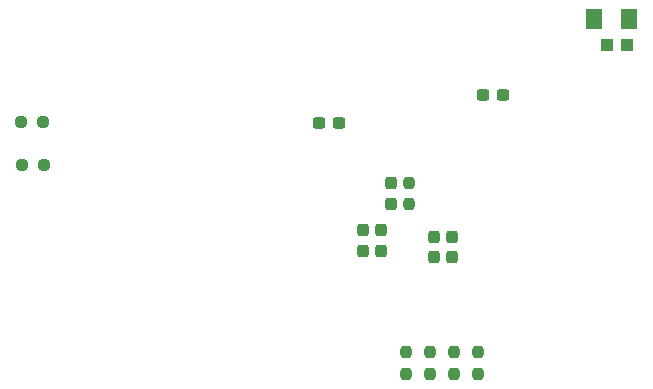
<source format=gbr>
%TF.GenerationSoftware,KiCad,Pcbnew,8.0.6*%
%TF.CreationDate,2024-12-24T11:34:53+00:00*%
%TF.ProjectId,RISKYMSXCart,5249534b-594d-4535-9843-6172742e6b69,rev?*%
%TF.SameCoordinates,Original*%
%TF.FileFunction,Paste,Bot*%
%TF.FilePolarity,Positive*%
%FSLAX46Y46*%
G04 Gerber Fmt 4.6, Leading zero omitted, Abs format (unit mm)*
G04 Created by KiCad (PCBNEW 8.0.6) date 2024-12-24 11:34:53*
%MOMM*%
%LPD*%
G01*
G04 APERTURE LIST*
G04 Aperture macros list*
%AMRoundRect*
0 Rectangle with rounded corners*
0 $1 Rounding radius*
0 $2 $3 $4 $5 $6 $7 $8 $9 X,Y pos of 4 corners*
0 Add a 4 corners polygon primitive as box body*
4,1,4,$2,$3,$4,$5,$6,$7,$8,$9,$2,$3,0*
0 Add four circle primitives for the rounded corners*
1,1,$1+$1,$2,$3*
1,1,$1+$1,$4,$5*
1,1,$1+$1,$6,$7*
1,1,$1+$1,$8,$9*
0 Add four rect primitives between the rounded corners*
20,1,$1+$1,$2,$3,$4,$5,0*
20,1,$1+$1,$4,$5,$6,$7,0*
20,1,$1+$1,$6,$7,$8,$9,0*
20,1,$1+$1,$8,$9,$2,$3,0*%
G04 Aperture macros list end*
%ADD10RoundRect,0.237500X-0.237500X0.250000X-0.237500X-0.250000X0.237500X-0.250000X0.237500X0.250000X0*%
%ADD11RoundRect,0.237500X0.237500X-0.300000X0.237500X0.300000X-0.237500X0.300000X-0.237500X-0.300000X0*%
%ADD12RoundRect,0.237500X-0.300000X-0.237500X0.300000X-0.237500X0.300000X0.237500X-0.300000X0.237500X0*%
%ADD13RoundRect,0.237500X-0.250000X-0.237500X0.250000X-0.237500X0.250000X0.237500X-0.250000X0.237500X0*%
%ADD14R,1.100000X1.000000*%
%ADD15RoundRect,0.250001X-0.462499X-0.624999X0.462499X-0.624999X0.462499X0.624999X-0.462499X0.624999X0*%
G04 APERTURE END LIST*
D10*
%TO.C,R5*%
X149050000Y-114687500D03*
X149050000Y-116512500D03*
%TD*%
D11*
%TO.C,C8*%
X151425000Y-106637500D03*
X151425000Y-104912500D03*
%TD*%
%TO.C,C11*%
X145400000Y-106075000D03*
X145400000Y-104350000D03*
%TD*%
%TO.C,C6*%
X152925000Y-106637500D03*
X152925000Y-104912500D03*
%TD*%
D12*
%TO.C,C4*%
X155525000Y-92875000D03*
X157250000Y-92875000D03*
%TD*%
D11*
%TO.C,C9*%
X147800000Y-102100000D03*
X147800000Y-100375000D03*
%TD*%
D13*
%TO.C,R1*%
X116460000Y-95175000D03*
X118285000Y-95175000D03*
%TD*%
D12*
%TO.C,C2*%
X141650000Y-95250000D03*
X143375000Y-95250000D03*
%TD*%
D11*
%TO.C,C5*%
X146950000Y-106062500D03*
X146950000Y-104337500D03*
%TD*%
D10*
%TO.C,R6*%
X151050000Y-114687500D03*
X151050000Y-116512500D03*
%TD*%
%TO.C,R8*%
X155100000Y-114650000D03*
X155100000Y-116475000D03*
%TD*%
D13*
%TO.C,R2*%
X116535000Y-98825000D03*
X118360000Y-98825000D03*
%TD*%
D14*
%TO.C,C3*%
X167775000Y-88675000D03*
X166075000Y-88675000D03*
%TD*%
D10*
%TO.C,R7*%
X153100000Y-114650000D03*
X153100000Y-116475000D03*
%TD*%
D15*
%TO.C,F2*%
X164942500Y-86495000D03*
X167917500Y-86495000D03*
%TD*%
D10*
%TO.C,R4*%
X149300000Y-100325000D03*
X149300000Y-102150000D03*
%TD*%
M02*

</source>
